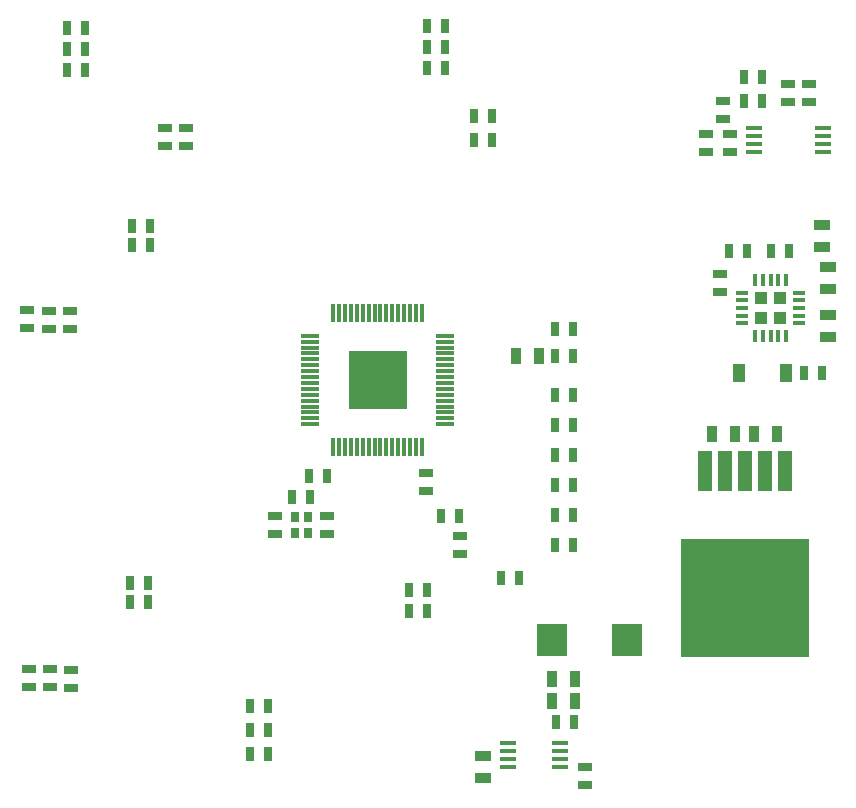
<source format=gbr>
G04 #@! TF.GenerationSoftware,KiCad,Pcbnew,(2017-08-08 revision 53204e097)-makepkg*
G04 #@! TF.CreationDate,2017-08-23T13:37:33+02:00*
G04 #@! TF.ProjectId,usbhub01a,7573626875623031612E6B696361645F,rev?*
G04 #@! TF.SameCoordinates,Original*
G04 #@! TF.FileFunction,Paste,Bot*
G04 #@! TF.FilePolarity,Positive*
%FSLAX46Y46*%
G04 Gerber Fmt 4.6, Leading zero omitted, Abs format (unit mm)*
G04 Created by KiCad (PCBNEW (2017-08-08 revision 53204e097)-makepkg) date 08/23/17 13:37:33*
%MOMM*%
%LPD*%
G01*
G04 APERTURE LIST*
%ADD10R,1.050000X1.500000*%
%ADD11R,0.750000X0.850000*%
%ADD12R,5.000000X5.000000*%
%ADD13R,1.500000X0.300000*%
%ADD14R,0.300000X1.500000*%
%ADD15R,1.397000X0.889000*%
%ADD16R,0.889000X1.397000*%
%ADD17R,1.143000X3.400000*%
%ADD18R,10.800080X9.999980*%
%ADD19R,1.450000X0.450000*%
%ADD20R,1.000000X0.400000*%
%ADD21R,0.400000X1.000000*%
%ADD22R,1.005000X1.005000*%
%ADD23R,1.143000X0.635000*%
%ADD24R,0.635000X1.143000*%
%ADD25R,2.550160X2.700020*%
G04 APERTURE END LIST*
D10*
X177882800Y-100990400D03*
X181882800Y-100990400D03*
D11*
X141393400Y-113167800D03*
X141393400Y-114517800D03*
X140343400Y-114517800D03*
X140343400Y-113167800D03*
D12*
X147320000Y-101600000D03*
D13*
X153020000Y-97850000D03*
X153020000Y-98350000D03*
X153020000Y-98850000D03*
X153020000Y-99350000D03*
X153020000Y-99850000D03*
X153020000Y-100350000D03*
X153020000Y-100850000D03*
X153020000Y-101350000D03*
X153020000Y-101850000D03*
X153020000Y-102350000D03*
X153020000Y-102850000D03*
X153020000Y-103350000D03*
X153020000Y-103850000D03*
X153020000Y-104350000D03*
X153020000Y-104850000D03*
X153020000Y-105350000D03*
D14*
X151070000Y-107300000D03*
X150570000Y-107300000D03*
X150070000Y-107300000D03*
X149570000Y-107300000D03*
X149070000Y-107300000D03*
X148570000Y-107300000D03*
X148070000Y-107300000D03*
X147570000Y-107300000D03*
X147070000Y-107300000D03*
X146570000Y-107300000D03*
X146070000Y-107300000D03*
X145570000Y-107300000D03*
X145070000Y-107300000D03*
X144570000Y-107300000D03*
X144070000Y-107300000D03*
X143570000Y-107300000D03*
D13*
X141620000Y-105350000D03*
X141620000Y-104850000D03*
X141620000Y-104350000D03*
X141620000Y-103850000D03*
X141620000Y-103350000D03*
X141620000Y-102850000D03*
X141620000Y-102350000D03*
X141620000Y-101850000D03*
X141620000Y-101350000D03*
X141620000Y-100850000D03*
X141620000Y-100350000D03*
X141620000Y-99850000D03*
X141620000Y-99350000D03*
X141620000Y-98850000D03*
X141620000Y-98350000D03*
X141620000Y-97850000D03*
D14*
X143570000Y-95900000D03*
X144070000Y-95900000D03*
X144570000Y-95900000D03*
X145070000Y-95900000D03*
X145570000Y-95900000D03*
X146070000Y-95900000D03*
X146570000Y-95900000D03*
X147070000Y-95900000D03*
X147570000Y-95900000D03*
X148070000Y-95900000D03*
X148570000Y-95900000D03*
X149070000Y-95900000D03*
X149570000Y-95900000D03*
X150070000Y-95900000D03*
X150570000Y-95900000D03*
X151070000Y-95900000D03*
D15*
X156210000Y-133413500D03*
X156210000Y-135318500D03*
D16*
X175679100Y-106172000D03*
X177584100Y-106172000D03*
X164020500Y-126898400D03*
X162115500Y-126898400D03*
X181140100Y-106197400D03*
X179235100Y-106197400D03*
D15*
X185420000Y-97980500D03*
X185420000Y-96075500D03*
X185420000Y-92011500D03*
X185420000Y-93916500D03*
D17*
X176710340Y-109270800D03*
D18*
X178409600Y-120065800D03*
D17*
X180108860Y-109270800D03*
X178409600Y-109270800D03*
X175008540Y-109270800D03*
X181810660Y-109270800D03*
D19*
X185068000Y-80305000D03*
X185068000Y-80955000D03*
X185068000Y-81605000D03*
X185068000Y-82255000D03*
X179168000Y-82255000D03*
X179168000Y-81605000D03*
X179168000Y-80955000D03*
X179168000Y-80305000D03*
D20*
X182994000Y-94204000D03*
X182994000Y-94854000D03*
X182994000Y-95504000D03*
X182994000Y-96154000D03*
X182994000Y-96804000D03*
D21*
X181894000Y-97904000D03*
X181244000Y-97904000D03*
X180594000Y-97904000D03*
X179944000Y-97904000D03*
X179294000Y-97904000D03*
D20*
X178194000Y-96804000D03*
X178194000Y-96154000D03*
X178194000Y-95504000D03*
X178194000Y-94854000D03*
X178194000Y-94204000D03*
D21*
X179294000Y-93104000D03*
X179944000Y-93104000D03*
X180594000Y-93104000D03*
X181244000Y-93104000D03*
X181894000Y-93104000D03*
D22*
X179756500Y-96341500D03*
X179756500Y-94666500D03*
X181431500Y-96341500D03*
X181431500Y-94666500D03*
D15*
X184912000Y-88455500D03*
X184912000Y-90360500D03*
D16*
X159067500Y-99568000D03*
X160972500Y-99568000D03*
D23*
X177165000Y-82296000D03*
X177165000Y-80772000D03*
X138633200Y-113131600D03*
X138633200Y-114655600D03*
D24*
X141630400Y-111506000D03*
X140106400Y-111506000D03*
D23*
X151384000Y-110998000D03*
X151384000Y-109474000D03*
X117779800Y-126060200D03*
X117779800Y-127584200D03*
D24*
X126365000Y-118795800D03*
X127889000Y-118795800D03*
X127889000Y-120396000D03*
X126365000Y-120396000D03*
D23*
X121386600Y-127635000D03*
X121386600Y-126111000D03*
D24*
X136550400Y-133248400D03*
X138074400Y-133248400D03*
X151532332Y-121158000D03*
X150008332Y-121158000D03*
X151536400Y-119380000D03*
X150012400Y-119380000D03*
X138074400Y-131216400D03*
X136550400Y-131216400D03*
X157734000Y-118364000D03*
X159258000Y-118364000D03*
D23*
X119507000Y-95732600D03*
X119507000Y-97256600D03*
D24*
X126492000Y-88519000D03*
X128016000Y-88519000D03*
X128016000Y-90170000D03*
X126492000Y-90170000D03*
D23*
X121310400Y-97256600D03*
X121310400Y-95732600D03*
D24*
X153035000Y-71628000D03*
X151511000Y-71628000D03*
X121005600Y-71755000D03*
X122529600Y-71755000D03*
X156972000Y-81280000D03*
X155448000Y-81280000D03*
X155448000Y-79248000D03*
X156972000Y-79248000D03*
X151511000Y-73406000D03*
X153035000Y-73406000D03*
D23*
X131114800Y-80264000D03*
X131114800Y-81788000D03*
X129336800Y-81788000D03*
X129336800Y-80264000D03*
D24*
X121005600Y-73533000D03*
X122529600Y-73533000D03*
X178308000Y-75946000D03*
X179832000Y-75946000D03*
D23*
X183859942Y-76524170D03*
X183859942Y-78048170D03*
D24*
X178308000Y-77978000D03*
X179832000Y-77978000D03*
D23*
X182081942Y-78048170D03*
X182081942Y-76524170D03*
X176530000Y-77978000D03*
X176530000Y-79502000D03*
X175133000Y-82296000D03*
X175133000Y-80772000D03*
D24*
X162306000Y-115570000D03*
X163830000Y-115570000D03*
X163830000Y-113030000D03*
X162306000Y-113030000D03*
X163906200Y-97282000D03*
X162382200Y-97282000D03*
X163830000Y-110490000D03*
X162306000Y-110490000D03*
X162306000Y-102870000D03*
X163830000Y-102870000D03*
D23*
X143052800Y-113080800D03*
X143052800Y-114604800D03*
D24*
X163906200Y-99593400D03*
X162382200Y-99593400D03*
X163830000Y-105410000D03*
X162306000Y-105410000D03*
X163830000Y-107950000D03*
X162306000Y-107950000D03*
X143002000Y-109728000D03*
X141478000Y-109728000D03*
X152654000Y-113131600D03*
X154178000Y-113131600D03*
D23*
X154305000Y-116332000D03*
X154305000Y-114808000D03*
D24*
X183438800Y-100990400D03*
X184962800Y-100990400D03*
D23*
X176276000Y-94107000D03*
X176276000Y-92583000D03*
D24*
X182118000Y-90678000D03*
X180594000Y-90678000D03*
X177038000Y-90678000D03*
X178562000Y-90678000D03*
D23*
X119608600Y-127609600D03*
X119608600Y-126085600D03*
D24*
X136550400Y-129184400D03*
X138074400Y-129184400D03*
D23*
X117652800Y-97231200D03*
X117652800Y-95707200D03*
D24*
X151511000Y-75184000D03*
X153035000Y-75184000D03*
X121005600Y-75311000D03*
X122529600Y-75311000D03*
D16*
X162115500Y-128778000D03*
X164020500Y-128778000D03*
D23*
X164846000Y-134366000D03*
X164846000Y-135890000D03*
D19*
X158328000Y-134325000D03*
X158328000Y-133675000D03*
X158328000Y-133025000D03*
X158328000Y-132375000D03*
X162728000Y-132375000D03*
X162728000Y-133025000D03*
X162728000Y-133675000D03*
X162728000Y-134325000D03*
D24*
X163982400Y-130556000D03*
X162458400Y-130556000D03*
D25*
X162128200Y-123647200D03*
X168478200Y-123647200D03*
M02*

</source>
